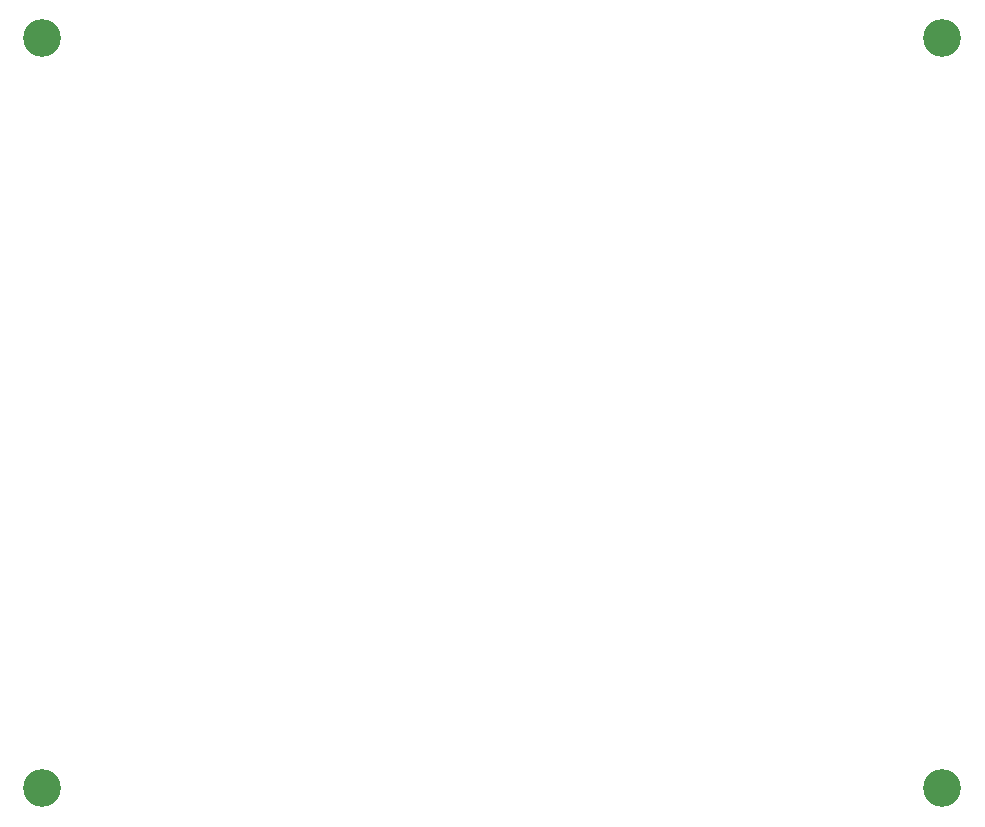
<source format=gbr>
%TF.GenerationSoftware,KiCad,Pcbnew,9.0.5*%
%TF.CreationDate,2025-11-02T14:40:21-08:00*%
%TF.ProjectId,SD-DADPT,53442d44-4144-4505-942e-6b696361645f,PR-1.0*%
%TF.SameCoordinates,Original*%
%TF.FileFunction,NonPlated,1,2,NPTH,Drill*%
%TF.FilePolarity,Positive*%
%FSLAX46Y46*%
G04 Gerber Fmt 4.6, Leading zero omitted, Abs format (unit mm)*
G04 Created by KiCad (PCBNEW 9.0.5) date 2025-11-02 14:40:21*
%MOMM*%
%LPD*%
G01*
G04 APERTURE LIST*
%TA.AperFunction,ComponentDrill*%
%ADD10C,3.200000*%
%TD*%
G04 APERTURE END LIST*
D10*
%TO.C,H2*%
X73152000Y-75565000D03*
%TO.C,H1*%
X73152000Y-139065000D03*
%TO.C,H3*%
X149352000Y-75565000D03*
%TO.C,H4*%
X149352000Y-139065000D03*
M02*

</source>
